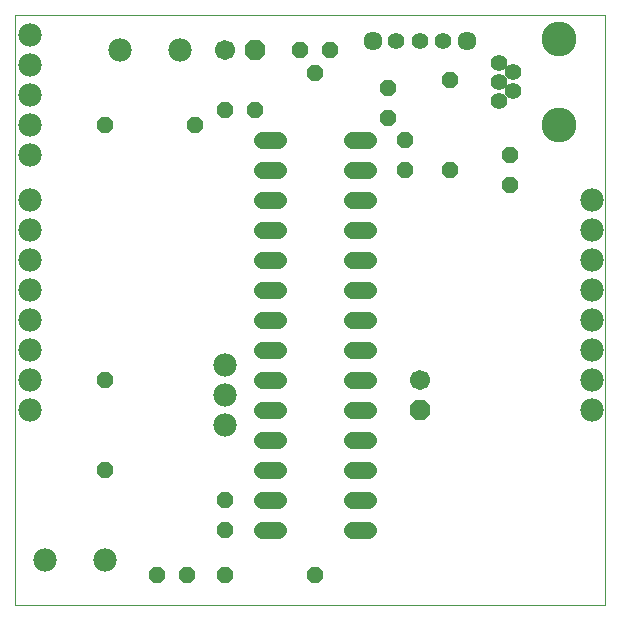
<source format=gts>
G75*
%MOIN*%
%OFA0B0*%
%FSLAX25Y25*%
%IPPOS*%
%LPD*%
%AMOC8*
5,1,8,0,0,1.08239X$1,22.5*
%
%ADD10C,0.00000*%
%ADD11OC8,0.05600*%
%ADD12C,0.06700*%
%ADD13OC8,0.06700*%
%ADD14C,0.07800*%
%ADD15C,0.05550*%
%ADD16C,0.11620*%
%ADD17C,0.05600*%
%ADD18C,0.06337*%
D10*
X0006600Y0006600D02*
X0006600Y0203450D01*
X0203450Y0203450D01*
X0203450Y0006600D01*
X0006600Y0006600D01*
D11*
X0036600Y0051600D03*
X0036600Y0081600D03*
X0076600Y0041600D03*
X0076600Y0031600D03*
X0076600Y0016600D03*
X0064100Y0016600D03*
X0054100Y0016600D03*
X0106600Y0016600D03*
X0171600Y0146600D03*
X0171600Y0156600D03*
X0151600Y0151600D03*
X0136600Y0151600D03*
X0136600Y0161600D03*
X0131100Y0169100D03*
X0131100Y0179100D03*
X0111600Y0191600D03*
X0106600Y0184100D03*
X0101600Y0191600D03*
X0086600Y0171600D03*
X0076600Y0171600D03*
X0066600Y0166600D03*
X0036600Y0166600D03*
X0151600Y0181600D03*
D12*
X0076600Y0191600D03*
X0141600Y0081600D03*
D13*
X0141600Y0071600D03*
X0086600Y0191600D03*
D14*
X0061600Y0191600D03*
X0041600Y0191600D03*
X0011600Y0186600D03*
X0011600Y0176600D03*
X0011600Y0166600D03*
X0011600Y0156600D03*
X0011600Y0141600D03*
X0011600Y0131600D03*
X0011600Y0121600D03*
X0011600Y0111600D03*
X0011600Y0101600D03*
X0011600Y0091600D03*
X0011600Y0081600D03*
X0011600Y0071600D03*
X0016600Y0021600D03*
X0036600Y0021600D03*
X0076600Y0066600D03*
X0076600Y0076600D03*
X0076600Y0086600D03*
X0011600Y0196600D03*
X0199100Y0141600D03*
X0199100Y0131600D03*
X0199100Y0121600D03*
X0199100Y0111600D03*
X0199100Y0101600D03*
X0199100Y0091600D03*
X0199100Y0081600D03*
X0199100Y0071600D03*
D15*
X0168021Y0174801D03*
X0172746Y0177950D03*
X0168021Y0181100D03*
X0172746Y0184250D03*
X0168021Y0187399D03*
X0149474Y0194600D03*
X0141600Y0194600D03*
X0133726Y0194600D03*
D16*
X0188100Y0195470D03*
X0188100Y0166730D03*
D17*
X0124200Y0161600D02*
X0119000Y0161600D01*
X0119000Y0151600D02*
X0124200Y0151600D01*
X0124200Y0141600D02*
X0119000Y0141600D01*
X0119000Y0131600D02*
X0124200Y0131600D01*
X0124200Y0121600D02*
X0119000Y0121600D01*
X0119000Y0111600D02*
X0124200Y0111600D01*
X0124200Y0101600D02*
X0119000Y0101600D01*
X0119000Y0091600D02*
X0124200Y0091600D01*
X0124200Y0081600D02*
X0119000Y0081600D01*
X0119000Y0071600D02*
X0124200Y0071600D01*
X0124200Y0061600D02*
X0119000Y0061600D01*
X0119000Y0051600D02*
X0124200Y0051600D01*
X0124200Y0041600D02*
X0119000Y0041600D01*
X0119000Y0031600D02*
X0124200Y0031600D01*
X0094200Y0031600D02*
X0089000Y0031600D01*
X0089000Y0041600D02*
X0094200Y0041600D01*
X0094200Y0051600D02*
X0089000Y0051600D01*
X0089000Y0061600D02*
X0094200Y0061600D01*
X0094200Y0071600D02*
X0089000Y0071600D01*
X0089000Y0081600D02*
X0094200Y0081600D01*
X0094200Y0091600D02*
X0089000Y0091600D01*
X0089000Y0101600D02*
X0094200Y0101600D01*
X0094200Y0111600D02*
X0089000Y0111600D01*
X0089000Y0121600D02*
X0094200Y0121600D01*
X0094200Y0131600D02*
X0089000Y0131600D01*
X0089000Y0141600D02*
X0094200Y0141600D01*
X0094200Y0151600D02*
X0089000Y0151600D01*
X0089000Y0161600D02*
X0094200Y0161600D01*
D18*
X0125852Y0194600D03*
X0157348Y0194600D03*
M02*

</source>
